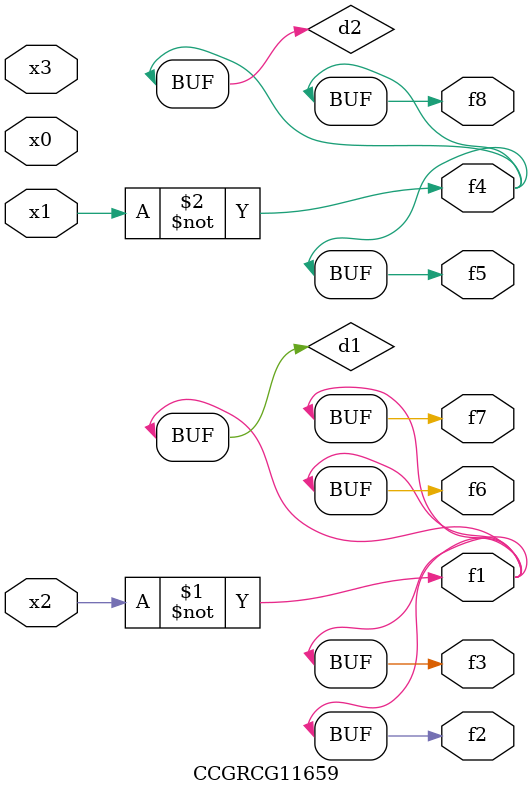
<source format=v>
module CCGRCG11659(
	input x0, x1, x2, x3,
	output f1, f2, f3, f4, f5, f6, f7, f8
);

	wire d1, d2;

	xnor (d1, x2);
	not (d2, x1);
	assign f1 = d1;
	assign f2 = d1;
	assign f3 = d1;
	assign f4 = d2;
	assign f5 = d2;
	assign f6 = d1;
	assign f7 = d1;
	assign f8 = d2;
endmodule

</source>
